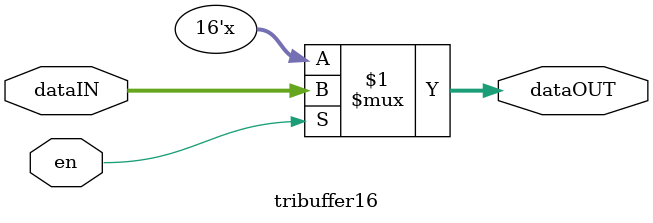
<source format=v>
module tribuffer16
(
input [15:0] dataIN,
input en,
output [15:0] dataOUT
);

assign dataOUT = en ? dataIN : 16'hZZZZ;

endmodule
</source>
